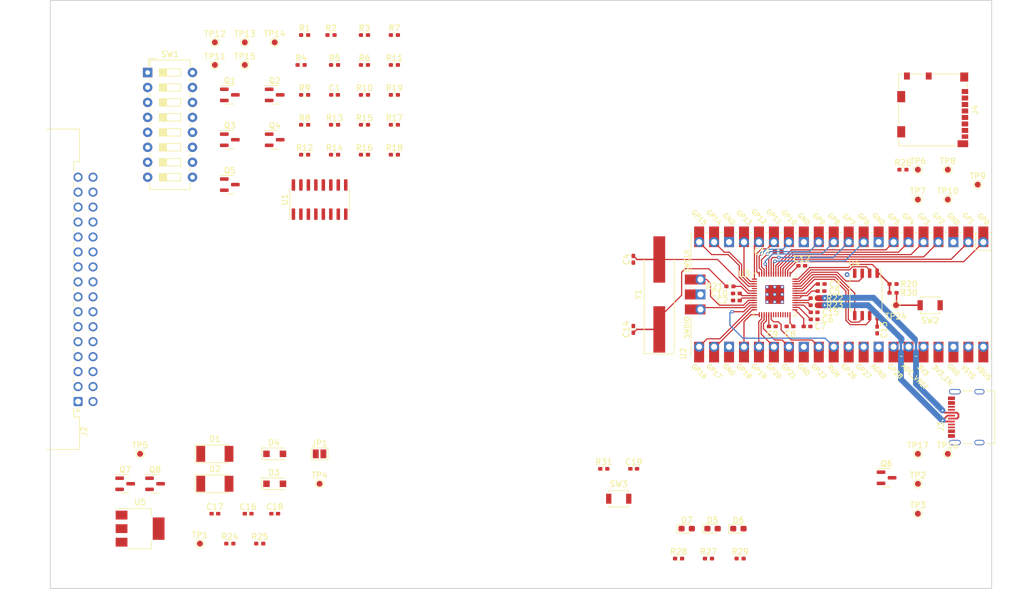
<source format=kicad_pcb>
(kicad_pcb (version 20211014) (generator pcbnew)
  (layers (0 "F.Cu" signal) (31 "B.Cu" signal) (34 "B.Paste" user) (35 "F.Paste" user) (36 "B.SilkS" user "B.Silkscreen") (37 "F.SilkS" user "F.Silkscreen") (38 "B.Mask" user) (39 "F.Mask" user) (44 "Edge.Cuts" user))
  (net 0 "")
  (net 1 "+5V")
  (net 2 "GND")
  (net 3 "+1V1")
  (net 4 "+3V3")
  (net 5 "Net-(C14-Pad2)")
  (net 6 "/VREG_OUT")
  (net 7 "/VBUS")
  (net 8 "Net-(C17-Pad1)")
  (net 9 "Net-(C18-Pad1)")
  (net 10 "/~{RESET}")
  (net 11 "Net-(D3-Pad2)")
  (net 12 "Net-(D4-Pad2)")
  (net 13 "Net-(D5-Pad2)")
  (net 14 "Net-(D6-Pad2)")
  (net 15 "Net-(D7-Pad2)")
  (net 16 "/MCU/SWCLK")
  (net 17 "/MCU/SWDIO")
  (net 22 "/SPI_SCLK")
  (net 23 "/SPI_MOSI")
  (net 24 "/SPI_MISO")
  (net 25 "/~{SPI_CS1}")
  (net 26 "/~{SPI_CS2}")
  (net 27 "/I2C_SCL")
  (net 28 "/I2C_SDA")
  (net 31 "/UART0_TX")
  (net 32 "/UART0_RX")
  (net 33 "/UART1_TX")
  (net 34 "/UART1_RX")
  (net 38 "/MCU/D+")
  (net 39 "/MCU/D-")
  (net 44 "/MCU/~{SD_CS}")
  (net 45 "/MCU/SD_MOSI")
  (net 46 "/MCU/SD_SCLK")
  (net 47 "/MCU/SD_MISO")
  (net 50 "/MCU/~{SD_DETECT}")
  (net 51 "Net-(JP1-Pad2)")
  (net 52 "/I2C Address Selection/S2")
  (net 53 "Net-(Q1-Pad3)")
  (net 54 "/I2C Address Selection/S1")
  (net 55 "Net-(Q2-Pad3)")
  (net 56 "/I2C Address Selection/S0")
  (net 57 "Net-(Q3-Pad3)")
  (net 58 "/I2C Address Selection/~{INPUT_EN}")
  (net 59 "Net-(Q4-Pad3)")
  (net 60 "/I2C Address Selection/OUT")
  (net 61 "Net-(Q5-Pad3)")
  (net 62 "Net-(Q6-Pad1)")
  (net 63 "Net-(Q6-Pad2)")
  (net 64 "Net-(R5-Pad1)")
  (net 65 "Net-(R6-Pad1)")
  (net 66 "Net-(R9-Pad1)")
  (net 67 "Net-(R10-Pad1)")
  (net 68 "Net-(R11-Pad1)")
  (net 69 "Net-(R14-Pad1)")
  (net 70 "Net-(R15-Pad1)")
  (net 71 "Net-(R16-Pad1)")
  (net 72 "Net-(R22-Pad1)")
  (net 73 "Net-(R23-Pad1)")
  (net 74 "Net-(R24-Pad1)")
  (net 75 "/ACT_LED2")
  (net 76 "/ACT_LED1")
  (net 77 "/MCU/BOOTSEL")
  (net 93 "/MCU/QSPI_SS")
  (net 94 "/MCU/QSPI_SD0")
  (net 95 "/MCU/QSPI_SD1")
  (net 96 "/MCU/QSPI_SD2")
  (net 97 "/MCU/QSPI_SD3")
  (net 98 "/MCU/QSPI_SCLK")
  (net 99 "/MCU/CRYSTAL_IN")
  (net 100 "/MCU/CRYSTAL_OUT")
  (footprint "Mounting_Holes:MountingHole_2.7mm" (layer "F.Cu") (at 58.6 139.45)
    (fp_text reference "MK3" hide)
    (fp_text value "Mounting_Hole_PAD" hide)
  )
  (footprint "Mounting_Holes:MountingHole_2.7mm" (layer "F.Cu") (at 58.6 50.55)
    (fp_text reference "MK1" hide)
    (fp_text value "Mounting_Hole_PAD" hide)
  )
  (footprint "Mounting_Holes:MountingHole_2.7mm" (layer "F.Cu") (at 212.24 50.55)
    (fp_text reference "MK2" hide)
    (fp_text value "Mounting_Hole_PAD" hide)
  )
  (footprint "Mounting_Holes:MountingHole_2.7mm" (layer "F.Cu") (at 212.24 139.45)
    (fp_text reference "MK4" hide)
    (fp_text value "Mounting_Hole_PAD" hide)
  )
  (footprint "Resistor_SMD:R_0402_1005Metric_Pad0.72x0.64mm_HandSolder" (layer "F.Cu") (at 98.26 71.27)
    (fp_text reference "R12")
    (fp_text value "10K")
  )
  (footprint "Capacitor_SMD:C_0402_1005Metric_Pad0.74x0.62mm_HandSolder" (layer "F.Cu") (at 83.02 132.23)
    (fp_text reference "C17")
    (fp_text value "10u")
  )
  (footprint "Crystal:Crystal_SMD_HC49-SD_HandSoldering" (layer "F.Cu") (at 158.48 95 90)
    (fp_text reference "Y1")
    (fp_text value "ABLS-12.000MHz-B4-T")
  )
  (footprint "Diode_SMD:D_MELF" (layer "F.Cu") (at 83.02 127.15)
    (fp_text reference "D2")
    (fp_text value "SM4002")
  )
  (footprint "Resistor_SMD:R_0402_1005Metric_Pad0.72x0.64mm_HandSolder" (layer "F.Cu") (at 98.26 66.19)
    (fp_text reference "R8")
    (fp_text value "10K")
  )
  (footprint "MCU_RaspberryPi_and_Boards:RP2040-QFN-56" (layer "F.Cu") (at 178.08 95 -90)
    (fp_text reference "U3")
    (fp_text value "RP2040")
  )
  (footprint "MCU_RaspberryPi_and_Boards:RPi_Pico_SMD_TH" (layer "F.Cu") (at 189.38 95 -90)
    (fp_text reference "U2")
    (fp_text value "Pico")
  )
  (footprint "TestPoint:TestPoint_Pad_D1.0mm" (layer "F.Cu") (at 198.68 96.83)
    (fp_text reference "TP24")
    (fp_text value "TestPoint")
  )
  (footprint "Resistor_SMD:R_0402_1005Metric_Pad0.72x0.64mm_HandSolder" (layer "F.Cu") (at 172.21 139.85)
    (fp_text reference "R29")
    (fp_text value "220R")
  )
  (footprint "Capacitor_SMD:C_0402_1005Metric_Pad0.74x0.62mm_HandSolder" (layer "F.Cu") (at 195.48 101.03 -90)
    (fp_text reference "C13")
    (fp_text value "100n")
  )
  (footprint "Package_TO_SOT_SMD:SOT-223-3_TabPin2" (layer "F.Cu") (at 70.32 134.77)
    (fp_text reference "U5")
    (fp_text value "LM317_SOT-223")
  )
  (footprint "TestPoint:TestPoint_Pad_D1.0mm" (layer "F.Cu") (at 202.4 73.81)
    (fp_text reference "TP6")
    (fp_text value "TestPoint")
  )
  (footprint "Package_TO_SOT_SMD:SOT-23" (layer "F.Cu") (at 85.56 68.73)
    (fp_text reference "Q3")
    (fp_text value "BSS138")
  )
  (footprint "Resistor_SMD:R_0402_1005Metric_Pad0.72x0.64mm_HandSolder" (layer "F.Cu") (at 113.5 66.19)
    (fp_text reference "R17")
    (fp_text value "1K")
  )
  (footprint "Button_Switch_SMD:SW_SPST_B3U-1000P" (layer "F.Cu") (at 151.6 129.69)
    (fp_text reference "SW3")
    (fp_text value "SW_Push")
  )
  (footprint "TestPoint:TestPoint_Pad_D1.0mm" (layer "F.Cu") (at 202.4 78.89)
    (fp_text reference "TP7")
    (fp_text value "TestPoint")
  )
  (footprint "Capacitor_SMD:C_0402_1005Metric_Pad0.74x0.62mm_HandSolder" (layer "F.Cu") (at 171.58 96.03 180)
    (fp_text reference "C2")
    (fp_text value "100n")
  )
  (footprint "LED_SMD:LED_0603_1608Metric_Pad1.05x0.95mm_HandSolder" (layer "F.Cu") (at 163.14 134.77)
    (fp_text reference "D7")
    (fp_text value "LED")
  )
  (footprint "Capacitor_SMD:C_0402_1005Metric_Pad0.74x0.62mm_HandSolder" (layer "F.Cu") (at 183.58 100.43)
    (fp_text reference "C7")
    (fp_text value "100n")
  )
  (footprint "Button_Switch_SMD:SW_SPST_B3U-1000P" (layer "F.Cu") (at 204.48 96.83 180)
    (fp_text reference "SW2")
    (fp_text value "SW_Push")
  )
  (footprint "Package_SO:SOIC-16_3.9x9.9mm_P1.27mm" (layer "F.Cu") (at 100.8 78.89 90)
    (fp_text reference "U1")
    (fp_text value "74151")
  )
  (footprint "Resistor_SMD:R_0402_1005Metric_Pad0.72x0.64mm_HandSolder" (layer "F.Cu") (at 149.06 124.61)
    (fp_text reference "R31")
    (fp_text value "1K")
  )
  (footprint "Capacitor_SMD:C_0402_1005Metric_Pad0.74x0.62mm_HandSolder" (layer "F.Cu") (at 185.98 93.23)
    (fp_text reference "C3")
    (fp_text value "100n")
  )
  (footprint "Capacitor_SMD:C_0402_1005Metric_Pad0.74x0.62mm_HandSolder" (layer "F.Cu") (at 171.58 94.83 180)
    (fp_text reference "C10")
    (fp_text value "100n")
  )
  (footprint "Diode_SMD:D_SOD-123F" (layer "F.Cu") (at 93.18 127.15)
    (fp_text reference "D3")
    (fp_text value "MBR1020VL")
  )
  (footprint "Package_SO:SOIC-8_5.23x5.23mm_P1.27mm" (layer "F.Cu") (at 193.58 95 -90)
    (fp_text reference "U4")
    (fp_text value "W25Q128JVS")
  )
  (footprint "Resistor_SMD:R_0402_1005Metric_Pad0.72x0.64mm_HandSolder" (layer "F.Cu") (at 85.56 137.31)
    (fp_text reference "R24")
    (fp_text value "400R")
  )
  (footprint "Package_TO_SOT_SMD:SOT-23" (layer "F.Cu") (at 67.78 127.15)
    (fp_text reference "Q7")
    (fp_text value "DMG2305UX")
  )
  (footprint "Diode_SMD:D_SOD-123F" (layer "F.Cu") (at 93.18 122.07)
    (fp_text reference "D4")
    (fp_text value "MBR1020VL")
  )
  (footprint "Resistor_SMD:R_0402_1005Metric_Pad0.72x0.64mm_HandSolder" (layer "F.Cu") (at 103.34 66.19)
    (fp_text reference "R13")
    (fp_text value "10K")
  )
  (footprint "Package_TO_SOT_SMD:SOT-23" (layer "F.Cu") (at 85.56 76.35)
    (fp_text reference "Q5")
    (fp_text value "BSS138")
  )
  (footprint "Capacitor_SMD:C_0402_1005Metric_Pad0.74x0.62mm_HandSolder" (layer "F.Cu") (at 177.68 100.43)
    (fp_text reference "C9")
    (fp_text value "100n")
  )
  (footprint "TestPoint:TestPoint_Pad_D1.0mm" (layer "F.Cu") (at 207.48 78.89)
    (fp_text reference "TP10")
    (fp_text value "TestPoint")
  )
  (footprint "Resistor_SMD:R_0402_1005Metric_Pad0.72x0.64mm_HandSolder" (layer "F.Cu") (at 113.5 71.27)
    (fp_text reference "R18")
    (fp_text value "10K")
  )
  (footprint "Capacitor_SMD:C_0402_1005Metric_Pad0.74x0.62mm_HandSolder" (layer "F.Cu") (at 180.68 100.43 180)
    (fp_text reference "C8")
    (fp_text value "100n")
  )
  (footprint "Resistor_SMD:R_0402_1005Metric_Pad0.72x0.64mm_HandSolder" (layer "F.Cu") (at 98.26 50.95)
    (fp_text reference "R1")
    (fp_text value "10K")
  )
  (footprint "Resistor_SMD:R_0402_1005Metric_Pad0.72x0.64mm_HandSolder" (layer "F.Cu") (at 184.7825 95.63)
    (fp_text reference "R22")
    (fp_text value "27R")
  )
  (footprint "Connector_Card:microSD_HC_Molex_104031-0811" (layer "F.Cu") (at 204.94 63.65 -90)
    (fp_text reference "J4")
    (fp_text value "Micro_SD_Card_Det")
  )
  (footprint "TestPoint:TestPoint_Pad_D1.0mm" (layer "F.Cu") (at 83.02 52.19)
    (fp_text reference "TP12")
    (fp_text value "TestPoint")
  )
  (footprint "Resistor_SMD:R_0402_1005Metric_Pad0.72x0.64mm_HandSolder" (layer "F.Cu") (at 90.64 137.31)
    (fp_text reference "R25")
    (fp_text value "240R")
  )
  (footprint "Package_TO_SOT_SMD:SOT-23" (layer "F.Cu") (at 72.86 127.15)
    (fp_text reference "Q8")
    (fp_text value "DMG2305UX")
  )
  (footprint "Resistor_SMD:R_0402_1005Metric_Pad0.72x0.64mm_HandSolder" (layer "F.Cu") (at 113.5 50.95)
    (fp_text reference "R7")
    (fp_text value "10K")
  )
  (footprint "LED_SMD:LED_0603_1608Metric_Pad1.05x0.95mm_HandSolder" (layer "F.Cu") (at 167.53 134.77)
    (fp_text reference "D5")
    (fp_text value "LED")
  )
  (footprint "Resistor_SMD:R_0402_1005Metric_Pad0.72x0.64mm_HandSolder" (layer "F.Cu") (at 170.48 93.63)
    (fp_text reference "R21")
    (fp_text value "1K")
  )
  (footprint "Resistor_SMD:R_0402_1005Metric_Pad0.72x0.64mm_HandSolder" (layer "F.Cu") (at 184.78 96.83)
    (fp_text reference "R23")
    (fp_text value "27R")
  )
  (footprint "Package_TO_SOT_SMD:SOT-23" (layer "F.Cu") (at 93.18 61.11)
    (fp_text reference "Q2")
    (fp_text value "BSS138")
  )
  (footprint "Resistor_SMD:R_0402_1005Metric_Pad0.72x0.64mm_HandSolder" (layer "F.Cu") (at 199.86 73.81)
    (fp_text reference "R26")
    (fp_text value "1K")
  )
  (footprint "Capacitor_SMD:C_0402_1005Metric_Pad0.74x0.62mm_HandSolder" (layer "F.Cu") (at 154.08 100.93 -90)
    (fp_text reference "C14")
    (fp_text value "27p")
  )
  (footprint "Capacitor_SMD:C_0402_1005Metric_Pad0.74x0.62mm_HandSolder" (layer "F.Cu") (at 93.18 132.23)
    (fp_text reference "C18")
    (fp_text value "1u")
  )
  (footprint "Capacitor_SMD:C_0402_1005Metric_Pad0.74x0.62mm_HandSolder" (layer "F.Cu") (at 154.08 89.03 90)
    (fp_text reference "C4")
    (fp_text value "27p")
  )
  (footprint "Resistor_SMD:R_0402_1005Metric_Pad0.72x0.64mm_HandSolder" (layer "F.Cu") (at 103.34 71.27)
    (fp_text reference "R14")
    (fp_text value "1K")
  )
  (footprint "TestPoint:TestPoint_Pad_D1.0mm" (layer "F.Cu") (at 212.56 76.35)
    (fp_text reference "TP9")
    (fp_text value "TestPoint")
  )
  (footprint "Resistor_SMD:R_0402_1005Metric_Pad0.72x0.64mm_HandSolder" (layer "F.Cu") (at 161.76 139.85)
    (fp_text reference "R28")
    (fp_text value "220R")
  )
  (footprint "Resistor_SMD:R_0402_1005Metric_Pad0.72x0.64mm_HandSolder" (layer "F.Cu") (at 102.7425 50.95)
    (fp_text reference "R2")
    (fp_text value "10K")
  )
  (footprint "Resistor_SMD:R_0402_1005Metric_Pad0.72x0.64mm_HandSolder" (layer "F.Cu") (at 113.5 61.11)
    (fp_text reference "R19")
    (fp_text value "10K")
  )
  (footprint "Resistor_SMD:R_0402_1005Metric_Pad0.72x0.64mm_HandSolder" (layer "F.Cu") (at 98.26 61.11)
    (fp_text reference "R9")
    (fp_text value "1K")
  )
  (footprint "TestPoint:TestPoint_Pad_D1.0mm" (layer "F.Cu") (at 88.1 56.03)
    (fp_text reference "TP15")
    (fp_text value "TestPoint")
  )
  (footprint "Resistor_SMD:R_0402_1005Metric_Pad0.72x0.64mm_HandSolder" (layer "F.Cu") (at 108.42 71.27)
    (fp_text reference "R16")
    (fp_text value "1K")
  )
  (footprint "Jumper:SolderJumper-2_P1.3mm_Open_Pad1.0x1.5mm" (layer "F.Cu") (at 100.8 122.07)
    (fp_text reference "JP1")
    (fp_text value "Jumper_2_Open")
  )
  (footprint "Package_TO_SOT_SMD:SOT-23" (layer "F.Cu") (at 85.56 61.11)
    (fp_text reference "Q1")
    (fp_text value "BSS138")
  )
  (footprint "TestPoint:TestPoint_Pad_D1.0mm" (layer "F.Cu") (at 207.48 73.81)
    (fp_text reference "TP8")
    (fp_text value "TestPoint")
  )
  (footprint "Resistor_SMD:R_0402_1005Metric_Pad0.72x0.64mm_HandSolder" (layer "F.Cu") (at 198.18 94.73 180)
    (fp_text reference "R30")
    (fp_text value "1K")
  )
  (footprint "TestPoint:TestPoint_Pad_D1.0mm" (layer "F.Cu") (at 202.4 122.07)
    (fp_text reference "TP17")
    (fp_text value "TestPoint")
  )
  (footprint "Package_TO_SOT_SMD:SOT-23" (layer "F.Cu") (at 197.08 126.13)
    (fp_text reference "Q6")
    (fp_text value "DMG2305UX")
  )
  (footprint "Capacitor_SMD:C_0402_1005Metric_Pad0.74x0.62mm_HandSolder" (layer "F.Cu") (at 184.78 98.03)
    (fp_text reference "C15")
    (fp_text value "1u")
  )
  (footprint "Resistor_SMD:R_0402_1005Metric_Pad0.72x0.64mm_HandSolder" (layer "F.Cu") (at 103.34 56.03)
    (fp_text reference "R5")
    (fp_text value "1K")
  )
  (footprint "Capacitor_SMD:C_0402_1005Metric_Pad0.74x0.62mm_HandSolder" (layer "F.Cu") (at 103.34 61.11)
    (fp_text reference "C1")
    (fp_text value "0.1uF")
  )
  (footprint "Resistor_SMD:R_0402_1005Metric_Pad0.72x0.64mm_HandSolder" (layer "F.Cu") (at 198.18 93.23 180)
    (fp_text reference "R20")
    (fp_text value "DNF")
  )
  (footprint "Capacitor_SMD:C_0402_1005Metric_Pad0.74x0.62mm_HandSolder" (layer "F.Cu") (at 185.9475 94.43)
    (fp_text reference "C5")
    (fp_text value "100n")
  )
  (footprint "Resistor_SMD:R_0402_1005Metric_Pad0.72x0.64mm_HandSolder" (layer "F.Cu") (at 108.42 61.11)
    (fp_text reference "R10")
    (fp_text value "1K")
  )
  (footprint "TestPoint:TestPoint_Pad_D1.0mm" (layer "F.Cu") (at 100.8 127.15)
    (fp_text reference "TP4")
    (fp_text value "TestPoint")
  )
  (footprint "TestPoint:TestPoint_Pad_D1.0mm" (layer "F.Cu") (at 83.02 56.03)
    (fp_text reference "TP11")
    (fp_text value "TestPoint")
  )
  (footprint "Resistor_SMD:R_0402_1005Metric_Pad0.72x0.64mm_HandSolder" (layer "F.Cu") (at 97.6625 56.03)
    (fp_text reference "R4")
    (fp_text value "10K")
  )
  (footprint "LED_SMD:LED_0603_1608Metric_Pad1.05x0.95mm_HandSolder" (layer "F.Cu") (at 171.92 134.77)
    (fp_text reference "D6")
    (fp_text value "LED")
  )
  (footprint "Capacitor_SMD:C_0402_1005Metric_Pad0.74x0.62mm_HandSolder" (layer "F.Cu") (at 182.68 90.13)
    (fp_text reference "C12")
    (fp_text value "100n")
  )
  (footprint "Resistor_SMD:R_0402_1005Metric_Pad0.72x0.64mm_HandSolder" (layer "F.Cu") (at 108.42 56.03)
    (fp_text reference "R6")
    (fp_text value "1K")
  )
  (footprint "TestPoint:TestPoint_Pad_D1.0mm" (layer "F.Cu") (at 70.32 122.07)
    (fp_text reference "TP5")
    (fp_text value "TestPoint")
  )
  (footprint "Resistor_SMD:R_0402_1005Metric_Pad0.72x0.64mm_HandSolder" (layer "F.Cu") (at 166.84 139.85)
    (fp_text reference "R27")
    (fp_text value "220R")
  )
  (footprint "Capacitor_SMD:C_0402_1005Metric_Pad0.74x0.62mm_HandSolder" (layer "F.Cu") (at 178.68 87.73)
    (fp_text reference "C11")
    (fp_text value "100n")
  )
  (footprint "Capacitor_SMD:C_0402_1005Metric_Pad0.74x0.62mm_HandSolder" (layer "F.Cu") (at 184.78 99.23)
    (fp_text reference "C6")
    (fp_text value "1u")
  )
  (footprint "TestPoint:TestPoint_Pad_D1.0mm" (layer "F.Cu") (at 202.4 132.23)
    (fp_text reference "TP3")
    (fp_text value "TestPoint")
  )
  (footprint "Resistor_SMD:R_0402_1005Metric_Pad0.72x0.64mm_HandSolder" (layer "F.Cu") (at 108.42 50.95)
    (fp_text reference "R3")
    (fp_text value "10K")
  )
  (footprint "Capacitor_SMD:C_0402_1005Metric_Pad0.74x0.62mm_HandSolder" (layer "F.Cu") (at 154.14 124.61)
    (fp_text reference "C19")
    (fp_text value "0.1u")
  )
  (footprint "TestPoint:TestPoint_Pad_D1.0mm" (layer "F.Cu") (at 202.4 127.15)
    (fp_text reference "TP2")
    (fp_text value "TestPoint")
  )
  (footprint "Capacitor_SMD:C_0402_1005Metric_Pad0.74x0.62mm_HandSolder" (layer "F.Cu") (at 88.6675 132.23)
    (fp_text reference "C16")
    (fp_text value "0.1u")
  )
  (footprint "Resistor_SMD:R_0402_1005Metric_Pad0.72x0.64mm_HandSolder" (layer "F.Cu") (at 113.5 56.03)
    (fp_text reference "R11")
    (fp_text value "1K")
  )
  (footprint "Connector_USB:USB_C_Receptacle_Palconn_UTC16-G" (layer "F.Cu") (at 210.605 115.83 90)
    (fp_text reference "J3")
    (fp_text value "USB_C_Receptacle_USB2.0")
  )
  (footprint "TestPoint:TestPoint_Pad_D1.0mm" (layer "F.Cu") (at 88.1 52.19)
    (fp_text reference "TP13")
    (fp_text value "TestPoint")
  )
  (footprint "Button_Switch_THT:SW_DIP_SPSTx08_Slide_6.7x21.88mm_W7.62mm_P2.54mm_LowProfile" (layer "F.Cu") (at 71.6 57.315)
    (fp_text reference "SW1")
    (fp_text value "SW_DIP_x08")
  )
  (footprint "Resistor_SMD:R_0402_1005Metric_Pad0.72x0.64mm_HandSolder" (layer "F.Cu") (at 108.42 66.19)
    (fp_text reference "R15")
    (fp_text value "1K")
  )
  (footprint "Diode_SMD:D_MELF" (layer "F.Cu") (at 83.02 122.07)
    (fp_text reference "D1")
    (fp_text value "SM4002")
  )
  (footprint "TestPoint:TestPoint_Pad_D1.0mm" (layer "F.Cu") (at 207.48 122.07)
    (fp_text reference "TP16")
    (fp_text value "TestPoint")
  )
  (footprint "Connector_DIN:DIN41612_B2_2x16_Male_Horizontal_THT" (layer "F.Cu") (at 59.785 113.185 90)
    (fp_text reference "J2")
    (fp_text value "DIN41612_02x16_AB")
  )
  (footprint "TestPoint:TestPoint_Pad_D1.0mm" (layer "F.Cu") (at 93.18 52.19)
    (fp_text reference "TP14")
    (fp_text value "TestPoint")
  )
  (footprint "TestPoint:TestPoint_Pad_D1.0mm" (layer "F.Cu") (at 80.48 137.31)
    (fp_text reference "TP1")
    (fp_text value "TestPoint")
  )
  (footprint "Package_TO_SOT_SMD:SOT-23" (layer "F.Cu") (at 93.18 68.73)
    (fp_text reference "Q4")
    (fp_text value "BSS138")
  )
  (gr_line (start 214.925 45.075) (end 55.075 45.075) (layer "Edge.Cuts") (width 0.15))
  (gr_line (start 214.925 144.925) (end 214.925 45.075) (layer "Edge.Cuts") (width 0.15))
  (gr_line (start 55.075 144.925) (end 214.925 144.925) (layer "Edge.Cuts") (width 0.15))
  (gr_line (start 55.075 45.075) (end 55.075 144.925) (layer "Edge.Cuts") (width 0.15))
  (via (at 190.38 91.63) (size 0.8) (drill 0.4) (layers "F.Cu" "B.Cu") (net 2))
  (segment (start 181.5175 94.8) (end 183.441276 94.8) (width 0.2) (layer "F.Cu") (net 3))
  (segment (start 183.441276 94.8) (end 185.011276 93.23) (width 0.2) (layer "F.Cu") (net 3))
  (segment (start 174.6425 95.6) (end 172.5775 95.6) (width 0.2) (layer "F.Cu") (net 3))
  (segment (start 185.011276 93.23) (end 185.4125 93.23) (width 0.2) (layer "F.Cu") (net 3))
  (segment (start 172.5775 95.6) (end 172.1475 96.03) (width 0.2) (layer "F.Cu") (net 3))
  (segment (start 181.5175 97.6) (end 183.0125 99.095) (width 0.2) (layer "F.Cu") (net 4))
  (segment (start 181.5175 95.2) (end 182.75 95.2) (width 0.2) (layer "F.Cu") (net 4))
  (segment (start 184.376962 94.43) (end 185.38 94.43) (width 0.2) (layer "F.Cu") (net 4))
  (segment (start 182.35 95.6) (end 182.75 95.2) (width 0.2) (layer "F.Cu") (net 4))
  (segment (start 177.08 91.5625) (end 177.08 88.83) (width 0.2) (layer "F.Cu") (net 4))
  (segment (start 182.1825 97.2) (end 184.2125 99.23) (width 0.2) (layer "F.Cu") (net 4))
  (segment (start 177.08 100.2975) (end 177.1125 100.33) (width 0.2) (layer "F.Cu") (net 4))
  (segment (start 195.48 100.4625) (end 195.48 98.605) (width 0.3) (layer "F.Cu") (net 4))
  (segment (start 180.68 98.4375) (end 180.68 99.8625) (width 0.2) (layer "F.Cu") (net 4))
  (segment (start 180.68 99.8625) (end 181.2475 100.43) (width 0.2) (layer "F.Cu") (net 4))
  (segment (start 182.75 95.2) (end 183.606962 95.2) (width 0.2) (layer "F.Cu") (net 4))
  (segment (start 172.5175 95.2) (end 172.1475 94.83) (width 0.2) (layer "F.Cu") (net 4))
  (segment (start 178.1125 87.7975) (end 178.1125 87.73) (width 0.2) (layer "F.Cu") (net 4))
  (segment (start 177.08 88.83) (end 178.1125 87.7975) (width 0.2) (layer "F.Cu") (net 4))
  (segment (start 174.6425 95.2) (end 172.5175 95.2) (width 0.2) (layer "F.Cu") (net 4))
  (segment (start 183.0125 99.095) (end 183.0125 100.43) (width 0.2) (layer "F.Cu") (net 4))
  (segment (start 181.5175 97.2) (end 182.1825 97.2) (width 0.2) (layer "F.Cu") (net 4))
  (segment (start 177.08 98.4375) (end 177.08 100.2975) (width 0.2) (layer "F.Cu") (net 4))
  (segment (start 183.606962 95.2) (end 184.376962 94.43) (width 0.2) (layer "F.Cu") (net 4))
  (segment (start 180.68 91.5625) (end 182.1125 90.13) (width 0.2) (layer "F.Cu") (net 4))
  (segment (start 195.48 98.605) (end 195.485 98.6) (width 0.3) (layer "F.Cu") (net 4))
  (segment (start 181.5175 95.6) (end 182.35 95.6) (width 0.2) (layer "F.Cu") (net 4))
  (segment (start 154.64 100.9375) (end 158.48 100.9375) (width 0.25) (layer "F.Cu") (net 5))
  (segment (start 162.28 95.13) (end 162.28 91.23) (width 0.2) (layer "F.Cu") (net 5))
  (segment (start 154.08 101.4975) (end 154.64 100.9375) (width 0.25) (layer "F.Cu") (net 5))
  (segment (start 166.8825 90.63) (end 169.8825 93.63) (width 0.2) (layer "F.Cu") (net 5))
  (segment (start 158.48 100.9375) (end 158.48 98.93) (width 0.2) (layer "F.Cu") (net 5))
  (segment (start 158.48 98.93) (end 162.28 95.13) (width 0.2) (layer "F.Cu") (net 5))
  (segment (start 162.28 91.23) (end 162.88 90.63) (width 0.2) (layer "F.Cu") (net 5))
  (segment (start 162.88 90.63) (end 166.8825 90.63) (width 0.2) (layer "F.Cu") (net 5))
  (segment (start 182.9825 96.8) (end 184.2125 98.03) (width 0.2) (layer "F.Cu") (net 6))
  (segment (start 181.5175 96.8) (end 182.9825 96.8) (width 0.2) (layer "F.Cu") (net 6))
  (segment (start 173.941372 96.8) (end 172.811372 97.93) (width 0.2) (layer "F.Cu") (net 10))
  (segment (start 172.811372 97.93) (end 170.88 97.93) (width 0.2) (layer "F.Cu") (net 10))
  (segment (start 174.6425 96.8) (end 173.941372 96.8) (width 0.2) (layer "F.Cu") (net 10))
  (via (at 170.88 97.93) (size 0.6) (drill 0.3) (layers "F.Cu" "B.Cu") (net 10))
  (segment (start 186.65 102.43) (end 188.11 103.89) (width 0.2) (layer "B.Cu") (net 10))
  (segment (start 170.48 98.13) (end 170.48 100.23) (width 0.2) (layer "B.Cu") (net 10))
  (segment (start 170.48 100.23) (end 172.68 102.43) (width 0.2) (layer "B.Cu") (net 10))
  (segment (start 170.88 97.93) (end 170.68 97.93) (width 0.2) (layer "B.Cu") (net 10))
  (segment (start 170.68 97.93) (end 170.48 98.13) (width 0.2) (layer "B.Cu") (net 10))
  (segment (start 172.68 102.43) (end 186.65 102.43) (width 0.2) (layer "B.Cu") (net 10))
  (segment (start 167.18 95.33) (end 168.68 96.83) (width 0.2) (layer "F.Cu") (net 16))
  (segment (start 168.68 96.83) (end 172.78 96.83) (width 0.2) (layer "F.Cu") (net 16))
  (segment (start 166.51 92.46) (end 167.18 93.13) (width 0.2) (layer "F.Cu") (net 16))
  (segment (start 167.18 93.13) (end 167.18 95.33) (width 0.2) (layer "F.Cu") (net 16))
  (segment (start 165.48 92.46) (end 166.51 92.46) (width 0.2) (layer "F.Cu") (net 16))
  (segment (start 172.78 96.83) (end 173.61 96) (width 0.2) (layer "F.Cu") (net 16))
  (segment (start 173.61 96) (end 174.6425 96) (width 0.2) (layer "F.Cu") (net 16))
  (segment (start 173.775686 96.4) (end 172.945686 97.23) (width 0.2) (layer "F.Cu") (net 17))
  (segment (start 174.6425 96.4) (end 173.775686 96.4) (width 0.2) (layer "F.Cu") (net 17))
  (segment (start 165.79 97.23) (end 165.48 97.54) (width 0.2) (layer "F.Cu") (net 17))
  (segment (start 172.945686 97.23) (end 165.79 97.23) (width 0.2) (layer "F.Cu") (net 17))
  (segment (start 172.87 99.615686) (end 172.87 103.89) (width 0.2) (layer "F.Cu") (net 22))
  (segment (start 175.48 98.4375) (end 174.048186 98.4375) (width 0.2) (layer "F.Cu") (net 22))
  (segment (start 174.048186 98.4375) (end 172.87 99.615686) (width 0.2) (layer "F.Cu") (net 22))
  (segment (start 175.38 99.63) (end 175.38 103.86) (width 0.2) (layer "F.Cu") (net 23))
  (segment (start 175.38 103.86) (end 175.41 103.89) (width 0.2) (layer "F.Cu") (net 23))
  (segment (start 175.88 98.4375) (end 175.88 99.13) (width 0.2) (layer "F.Cu") (net 23))
  (segment (start 175.88 99.13) (end 175.38 99.63) (width 0.2) (layer "F.Cu") (net 23))
  (segment (start 174.6425 97.2) (end 174.11 97.2) (width 0.2) (layer "F.Cu") (net 24))
  (segment (start 174.11 97.2) (end 168.78 102.53) (width 0.2) (layer "F.Cu") (net 24))
  (segment (start 168.78 102.53) (end 166.61 102.53) (width 0.2) (layer "F.Cu") (net 24))
  (segment (start 166.61 102.53) (end 165.25 103.89) (width 0.2) (layer "F.Cu") (net 24))
  (segment (start 168.03 103.89) (end 167.79 103.89) (width 0.2) (layer "F.Cu") (net 25))
  (segment (start 174.32 97.6) (end 168.03 103.89) (width 0.2) (layer "F.Cu") (net 25))
  (segment (start 174.6425 97.6) (end 174.32 97.6) (width 0.2) (layer "F.Cu") (net 25))
  (segment (start 176.28 98.4375) (end 176.28 99.295686) (width 0.2) (layer "F.Cu") (net 26))
  (segment (start 175.78 99.795686) (end 175.78 101.72) (width 0.2) (layer "F.Cu") (net 26))
  (segment (start 176.28 99.295686) (end 175.78 99.795686) (width 0.2) (layer "F.Cu") (net 26))
  (segment (start 175.78 101.72) (end 177.95 103.89) (width 0.2) (layer "F.Cu") (net 26))
  (segment (start 179.48 90.598628) (end 181.44863 88.63) (width 0.2) (layer "F.Cu") (net 27))
  (segment (start 179.48 91.5625) (end 179.48 90.598628) (width 0.2) (layer "F.Cu") (net 27))
  (segment (start 181.44863 88.63) (end 203.37 88.63) (width 0.2) (layer "F.Cu") (net 27))
  (segment (start 203.37 88.63) (end 205.89 86.11) (width 0.2) (layer "F.Cu") (net 27))
  (segment (start 181.282945 88.23) (end 201.23 88.23) (width 0.2) (layer "F.Cu") (net 28))
  (segment (start 201.23 88.23) (end 203.35 86.11) (width 0.2) (layer "F.Cu") (net 28))
  (segment (start 179.08 91.5625) (end 179.08 90.432942) (width 0.2) (layer "F.Cu") (net 28))
  (segment (start 179.08 90.432942) (end 181.282945 88.23) (width 0.2) (layer "F.Cu") (net 28))
  (segment (start 210.19 89.43) (end 213.51 86.11) (width 0.2) (layer "F.Cu") (net 31))
  (segment (start 181.78 89.43) (end 210.19 89.43) (width 0.2) (layer "F.Cu") (net 31))
  (segment (start 180.28 90.93) (end 181.78 89.43) (width 0.2) (layer "F.Cu") (net 31))
  (segment (start 180.28 91.5625) (end 180.28 90.93) (width 0.2) (layer "F.Cu") (net 31))
  (segment (start 208.05 89.03) (end 210.97 86.11) (width 0.2) (layer "F.Cu") (net 32))
  (segment (start 179.88 90.764314) (end 181.614315 89.03) (width 0.2) (layer "F.Cu") (net 32))
  (segment (start 181.614315 89.03) (end 208.05 89.03) (width 0.2) (layer "F.Cu") (net 32))
  (segment (start 179.88 91.5625) (end 179.88 90.764314) (width 0.2) (layer "F.Cu") (net 32))
  (segment (start 181.11726 87.83) (end 199.09 87.83) (width 0.2) (layer "F.Cu") (net 33))
  (segment (start 178.68 90.267256) (end 181.11726 87.83) (width 0.2) (layer "F.Cu") (net 33))
  (segment (start 178.68 91.5625) (end 178.68 90.267256) (width 0.2) (layer "F.Cu") (net 33))
  (segment (start 199.09 87.83) (end 200.81 86.11) (width 0.2) (layer "F.Cu") (net 33))
  (segment (start 196.95 87.43) (end 198.27 86.11) (width 0.2) (layer "F.Cu") (net 34))
  (segment (start 178.280001 90.10157) (end 180.951575 87.43) (width 0.2) (layer "F.Cu") (net 34))
  (segment (start 178.28 91.5625) (end 178.280001 90.10157) (width 0.2) (layer "F.Cu") (net 34))
  (segment (start 180.951575 87.43) (end 196.95 87.43) (width 0.2) (layer "F.Cu") (net 34))
  (segment (start 185.38 95.63) (end 186.58 95.63) (width 1) (layer "F.Cu") (net 38))
  (segment (start 209.03 116.08) (end 208.095 116.08) (width 0.3) (layer "F.Cu") (net 38))
  (segment (start 209.03 115.08) (end 209.28 115.33) (width 0.3) (layer "F.Cu") (net 38))
  (segment (start 209.28 115.83) (end 209.03 116.08) (width 0.3) (layer "F.Cu") (net 38))
  (segment (start 208.095 115.08) (end 209.03 115.08) (width 0.3) (layer "F.Cu") (net 38))
  (segment (start 206.58 114.7) (end 206.96 115.08) (width 0.3) (layer "F.Cu") (net 38))
  (segment (start 209.28 115.33) (end 209.28 115.83) (width 0.3) (layer "F.Cu") (net 38))
  (segment (start 206.96 115.08) (end 208.095 115.08) (width 0.3) (layer "F.Cu") (net 38))
  (via (at 206.58 114.7) (size 0.6) (drill 0.3) (layers "F.Cu" "B.Cu") (net 38))
  (via (at 186.58 95.63) (size 0.6) (drill 0.3) (layers "F.Cu" "B.Cu") (net 38))
  (segment (start 202.08 110.196323) (end 202.08 104.809058) (width 1) (layer "B.Cu") (net 38))
  (segment (start 205.74163 113.86163) (end 205.74163 113.857953) (width 1) (layer "B.Cu") (net 38))
  (segment (start 202.08 103.23) (end 202.08 102.78) (width 0.6) (layer "B.Cu") (net 38))
  (segment (start 201.9 102.6) (end 194.875 95.575) (width 1) (layer "B.Cu") (net 38))
  (segment (start 202.08 104.43) (end 202.08 104.809058) (width 0.6) (layer "B.Cu") (net 38))
  (segment (start 206.58 114.728958) (end 206.58 114.7) (width 0.6) (layer "B.Cu") (net 38))
  (segment (start 194.875 95.575) (end 186.569454 95.575) (width 1) (layer "B.Cu") (net 38))
  (segment (start 206.58 114.7) (end 205.74163 113.86163) (width 1) (layer "B.Cu") (net 38))
  (segment (start 205.74163 113.857953) (end 202.08 110.196323) (width 1) (layer "B.Cu") (net 38))
  (segment (start 202.08 103.23) (end 202.08 104.43) (width 0.4) (layer "B.Cu") (net 38))
  (segment (start 206.6 116.4) (end 206.78 116.58) (width 0.2) (layer "F.Cu") (net 39))
  (segment (start 207.42 115.58) (end 208.095 115.58) (width 0.3) (layer "F.Cu") (net 39))
  (segment (start 206.6 116.4) (end 207.42 115.58) (width 0.3) (layer "F.Cu") (net 39))
  (segment (start 206.78 116.58) (end 208.095 116.58) (width 0.3) (layer "F.Cu") (net 39))
  (segment (start 185.3775 96.83) (end 186.58 96.83) (width 1) (layer "F.Cu") (net 39))
  (via (at 186.58 96.83) (size 0.6) (drill 0.3) (layers "F.Cu" "B.Cu") (net 39))
  (via (at 206.6 116.4) (size 0.6) (drill 0.3) (layers "F.Cu" "B.Cu") (net 39))
  (segment (start 206.6 116.4) (end 206.515909 116.4) (width 1) (layer "B.Cu") (net 39))
  (segment (start 206.6 116.4) (end 206.6 116.577916) (width 0.6) (layer "B.Cu") (net 39))
  (segment (start 199.52 104.809058) (end 199.52 104.47) (width 0.6) (layer "B.Cu") (net 39))
  (segment (start 199.6 102.9) (end 199.6 102.5) (width 1) (layer "B.Cu") (net 39))
  (segment (start 199.6 102.5) (end 193.925 96.825) (width 1) (layer "B.Cu") (net 39))
  (segment (start 206.515909 116.4) (end 199.52 109.404091) (width 1) (layer "B.Cu") (net 39))
  (segment (start 199.52 103.27) (end 199.52 102.98) (width 0.6) (layer "B.Cu") (net 39))
  (segment (start 193.925 96.825) (end 186.569454 96.825) (width 1) (layer "B.Cu") (net 39))
  (segment (start 206.6 116.577916) (end 206.578958 116.598958) (width 0.6) (layer "B.Cu") (net 39))
  (segment (start 199.52 109.404091) (end 199.52 104.809058) (width 1) (layer "B.Cu") (net 39))
  (segment (start 199.52 103.27) (end 199.52 104.47) (width 0.4) (layer "B.Cu") (net 39))
  (segment (start 174.6425 92.8) (end 173.95 92.8) (width 0.2) (layer "F.Cu") (net 44))
  (segment (start 172.87 91.72) (end 172.87 86.11) (width 0.2) (layer "F.Cu") (net 44))
  (segment (start 173.95 92.8) (end 172.87 91.72) (width 0.2) (layer "F.Cu") (net 44))
  (segment (start 167.37 88.23) (end 165.25 86.11) (width 0.2) (layer "F.Cu") (net 45))
  (segment (start 173.618628 93.6) (end 172.07 92.051371) (width 0.2) (layer "F.Cu") (net 45))
  (segment (start 170.18 88.23) (end 167.37 88.23) (width 0.2) (layer "F.Cu") (net 45))
  (segment (start 174.6425 93.6) (end 173.618628 93.6) (width 0.2) (layer "F.Cu") (net 45))
  (segment (start 172.07 92.051371) (end 172.07 90.12) (width 0.2) (layer "F.Cu") (net 45))
  (segment (start 172.07 90.12) (end 170.18 88.23) (width 0.2) (layer "F.Cu") (net 45))
  (segment (start 173.784314 93.2) (end 172.47 91.885686) (width 0.2) (layer "F.Cu") (net 46))
  (segment (start 169.51 87.83) (end 167.79 86.11) (width 0.2) (layer "F.Cu") (net 46))
  (segment (start 172.47 89.93) (end 170.37 87.83) (width 0.2) (layer "F.Cu") (net 46))
  (segment (start 170.37 87.83) (end 169.51 87.83) (width 0.2) (layer "F.Cu") (net 46))
  (segment (start 174.6425 93.2) (end 173.784314 93.2) (width 0.2) (layer "F.Cu") (net 46))
  (segment (start 172.47 91.885686) (end 172.47 89.93) (width 0.2) (layer "F.Cu") (net 46))
  (segment (start 174.6425 92.4) (end 174.6425 86.8775) (width 0.2) (layer "F.Cu") (net 47))
  (segment (start 174.6425 86.8775) (end 175.41 86.11) (width 0.2) (layer "F.Cu") (net 47))
  (segment (start 175.0425 91.125) (end 175.0425 88.0675) (width 0.2) (layer "F.Cu") (net 50))
  (segment (start 175.48 91.5625) (end 175.0425 91.125) (width 0.2) (layer "F.Cu") (net 50))
  (segment (start 175.85 87.26) (end 176.8 87.26) (width 0.2) (layer "F.Cu") (net 50))
  (segment (start 176.8 87.26) (end 177.95 86.11) (width 0.2) (layer "F.Cu") (net 50))
  (segment (start 175.0425 88.0675) (end 175.85 87.26) (width 0.2) (layer "F.Cu") (net 50))
  (segment (start 176.68 91.5625) (end 176.68 90.03) (width 0.2) (layer "F.Cu") (net 52))
  (segment (start 176.68 90.03) (end 176.48 89.83) (width 0.2) (layer "F.Cu") (net 52))
  (via (at 176.48 89.83) (size 0.6) (drill 0.3) (layers "F.Cu" "B.Cu") (net 52))
  (segment (start 186.0895 88.1305) (end 188.11 86.11) (width 0.2) (layer "B.Cu") (net 52))
  (segment (start 176.48 89.378529) (end 177.728029 88.1305) (width 0.2) (layer "B.Cu") (net 52))
  (segment (start 176.48 89.83) (end 176.48 89.378529) (width 0.2) (layer "B.Cu") (net 52))
  (segment (start 177.728029 88.1305) (end 186.0895 88.1305) (width 0.2) (layer "B.Cu") (net 52))
  (segment (start 177.48 88.995686) (end 177.48 91.5625) (width 0.2) (layer "F.Cu") (net 54))
  (segment (start 177.745686 88.73) (end 177.48 88.995686) (width 0.2) (layer "F.Cu") (net 54))
  (segment (start 178.78 88.73) (end 177.745686 88.73) (width 0.2) (layer "F.Cu") (net 54))
  (via (at 178.78 88.73) (size 0.6) (drill 0.3) (layers "F.Cu" "B.Cu") (net 54))
  (segment (start 178.82723 88.73) (end 188.03 88.73) (width 0.2) (layer "B.Cu") (net 54))
  (segment (start 188.03 88.73) (end 190.65 86.11) (width 0.2) (layer "B.Cu") (net 54))
  (segment (start 177.88 89.62446) (end 177.88 91.5625) (width 0.2) (layer "F.Cu") (net 56))
  (segment (start 178.07723 89.42723) (end 177.88 89.62446) (width 0.2) (layer "F.Cu") (net 56))
  (via (at 178.12723 89.37723) (size 0.6) (drill 0.3) (layers "F.Cu" "B.Cu") (net 56))
  (segment (start 189.97 89.33) (end 193.19 86.11) (width 0.2) (layer "B.Cu") (net 56))
  (segment (start 178.17446 89.33) (end 189.97 89.33) (width 0.2) (layer "B.Cu") (net 56))
  (segment (start 175.8425 90.319818) (end 175.8425 89.13) (width 0.2) (layer "F.Cu") (net 58))
  (segment (start 176.8425 88.13) (end 176.88 88.13) (width 0.2) (layer "F.Cu") (net 58))
  (segment (start 175.8425 89.13) (end 176.8425 88.13) (width 0.2) (layer "F.Cu") (net 58))
  (segment (start 176.28 91.5625) (end 176.28 90.757318) (width 0.2) (layer "F.Cu") (net 58))
  (segment (start 176.28 90.757318) (end 175.8425 90.319818) (width 0.2) (layer "F.Cu") (net 58))
  (via (at 176.88 88.13) (size 0.6) (drill 0.3) (layers "F.Cu" "B.Cu") (net 58))
  (segment (start 176.88 88.13) (end 177.2795 87.7305) (width 0.2) (layer "B.Cu") (net 58))
  (segment (start 183.9495 87.7305) (end 185.57 86.11) (width 0.2) (layer "B.Cu") (net 58))
  (segment (start 177.2795 87.7305) (end 183.9495 87.7305) (width 0.2) (layer "B.Cu") (net 58))
  (segment (start 175.903911 88.053911) (end 175.4425 88.515322) (width 0.2) (layer "F.Cu") (net 60))
  (segment (start 175.4425 88.515322) (end 175.4425 90.485504) (width 0.2) (layer "F.Cu") (net 60))
  (segment (start 175.88 90.923004) (end 175.88 91.5625) (width 0.2) (layer "F.Cu") (net 60))
  (segment (start 175.4425 90.485504) (end 175.88 90.923004) (width 0.2) (layer "F.Cu") (net 60))
  (via (at 175.903911 88.053911) (size 0.6) (drill 0.3) (layers "F.Cu" "B.Cu") (net 60))
  (segment (start 176.627822 87.33) (end 179.48 87.33) (width 0.2) (layer "B.Cu") (net 60))
  (segment (start 180.49 86.32) (end 180.49 86.11) (width 0.2) (layer "B.Cu") (net 60))
  (segment (start 175.903911 88.053911) (end 176.627822 87.33) (width 0.2) (layer "B.Cu") (net 60))
  (segment (start 179.48 87.33) (end 180.49 86.32) (width 0.2) (layer "B.Cu") (net 60))
  (segment (start 181.5175 96) (end 183.815 96) (width 0.2) (layer "F.Cu") (net 72))
  (segment (start 183.815 96) (end 184.185 95.63) (width 0.2) (layer "F.Cu") (net 72))
  (segment (start 181.5175 96.4) (end 183.7525 96.4) (width 0.2) (layer "F.Cu") (net 73))
  (segment (start 183.7525 96.4) (end 184.1825 96.83) (width 0.2) (layer "F.Cu") (net 73))
  (segment (start 179.18 100.13) (end 179.18 101.03) (width 0.2) (layer "F.Cu") (net 75))
  (segment (start 177.48 98.4375) (end 177.48 99.23) (width 0.2) (layer "F.Cu") (net 75))
  (segment (start 184.42 102.74) (end 185.57 103.89) (width 0.2) (layer "F.Cu") (net 75))
  (segment (start 178.68 99.63) (end 179.18 100.13) (width 0.2) (layer "F.Cu") (net 75))
  (segment (start 177.88 99.63) (end 178.68 99.63) (width 0.2) (layer "F.Cu") (net 75))
  (segment (start 177.48 99.23) (end 177.88 99.63) (width 0.2) (layer "F.Cu") (net 75))
  (segment (start 180.89 102.74) (end 184.42 102.74) (width 0.2) (layer "F.Cu") (net 75))
  (segment (start 179.18 101.03) (end 180.89 102.74) (width 0.2) (layer "F.Cu") (net 75))
  (segment (start 176.68 98.4375) (end 176.68 99.461372) (width 0.2) (layer "F.Cu") (net 76))
  (segment (start 176.18 100.83) (end 178.09 102.74) (width 0.2) (layer "F.Cu") (net 76))
  (segment (start 176.68 99.461372) (end 176.18 99.961372) (width 0.2) (layer "F.Cu") (net 76))
  (segment (start 176.18 99.961372) (end 176.18 100.83) (width 0.2) (layer "F.Cu") (net 76))
  (segment (start 178.09 102.74) (end 179.34 102.74) (width 0.2) (layer "F.Cu") (net 76))
  (segment (start 179.34 102.74) (end 180.49 103.89) (width 0.2) (layer "F.Cu") (net 76))
  (segment (start 198.68 96.83) (end 202.78 96.83) (width 0.25) (layer "F.Cu") (net 77))
  (segment (start 198.7775 96.7325) (end 198.68 96.83) (width 0.25) (layer "F.Cu") (net 77))
  (segment (start 198.7775 94.73) (end 198.7775 96.7325) (width 0.25) (layer "F.Cu") (net 77))
  (segment (start 182.044314 92.4) (end 184.014315 90.43) (width 0.2) (layer "F.Cu") (net 93))
  (segment (start 195.7525 91.4) (end 197.5825 93.23) (width 0.25) (layer "F.Cu") (net 93))
  (segment (start 195.485 90.735) (end 195.485 91.4) (width 0.2) (layer "F.Cu") (net 93))
  (segment (start 191.172919 89.9) (end 194.65 89.9) (width 0.2) (layer "F.Cu") (net 93))
  (segment (start 190.642918 90.43) (end 191.172919 89.9) (width 0.2) (layer "F.Cu") (net 93))
  (segment (start 181.5175 92.4) (end 182.044314 92.4) (width 0.2) (layer "F.Cu") (net 93))
  (segment (start 195.485 91.4) (end 195.7525 91.4) (width 0.25) (layer "F.Cu") (net 93))
  (segment (start 195.485 91.4) (end 195.485 90.8275) (width 0.2) (layer "F.Cu") (net 93))
  (segment (start 194.65 89.9) (end 195.485 90.735) (width 0.2) (layer "F.Cu") (net 93))
  (segment (start 184.014315 90.43) (end 190.642918 90.43) (width 0.2) (layer "F.Cu") (net 93))
  (segment (start 197.5825 93.23) (end 197.5825 94.73) (width 0.25) (layer "F.Cu") (net 93))
  (segment (start 188.511372 91.63) (end 191.675 94.793629) (width 0.2) (layer "F.Cu") (net 94))
  (segment (start 184.511374 91.63) (end 188.511372 91.63) (width 0.2) (layer "F.Cu") (net 94))
  (segment (start 182.541372 93.6) (end 184.511374 91.63) (width 0.2) (layer "F.Cu") (net 94))
  (segment (start 181.5175 93.6) (end 182.541372 93.6) (width 0.2) (layer "F.Cu") (net 94))
  (segment (start 191.675 94.793629) (end 191.675 98.6) (width 0.2) (layer "F.Cu") (net 94))
  (segment (start 190.808604 90.83) (end 191.338604 90.3) (width 0.2) (layer "F.Cu") (net 95))
  (segment (start 181.5175 92.8) (end 182.21 92.8) (width 0.2) (layer "F.Cu") (net 95))
  (segment (start 191.338604 90.3) (end 193.65 90.3) (width 0.2) (layer "F.Cu") (net 95))
  (segment (start 193.65 90.3) (end 194.215 90.865) (width 0.2) (layer "F.Cu") (net 95))
  (segment (start 194.215 90.865) (end 194.215 91.4) (width 0.2) (layer "F.Cu") (net 95))
  (segment (start 184.18 90.83) (end 190.808604 90.83) (width 0.2) (layer "F.Cu") (net 95))
  (segment (start 182.21 92.8) (end 184.18 90.83) (width 0.2) (layer "F.Cu") (net 95))
  (segment (start 190.177058 92.73) (end 192.38 92.73) (width 0.2) (layer "F.Cu") (net 96))
  (segment (start 192.945 92.165) (end 192.945 91.4) (width 0.2) (layer "F.Cu") (net 96))
  (segment (start 188.677058 91.23) (end 190.177058 92.73) (width 0.2) (layer "F.Cu") (net 96))
  (segment (start 184.345689 91.23) (end 188.677058 91.23) (width 0.2) (layer "F.Cu") (net 96))
  (segment (start 192.38 92.73) (end 192.945 92.165) (width 0.2) (layer "F.Cu") (net 96))
  (segment (start 182.375686 93.2) (end 184.345689 91.23) (width 0.2) (layer "F.Cu") (net 96))
  (segment (start 181.5175 93.2) (end 182.375686 93.2) (width 0.2) (layer "F.Cu") (net 96))
  (segment (start 193.58 100.13) (end 194.215 99.495) (width 0.2) (layer "F.Cu") (net 97))
  (segment (start 194.215 99.495) (end 194.215 98.6) (width 0.2) (layer "F.Cu") (net 97))
  (segment (start 190.18 99.395686) (end 190.914314 100.13) (width 0.2) (layer "F.Cu") (net 97))
  (segment (start 181.5175 94.4) (end 182.872744 94.4) (width 0.2) (layer "F.Cu") (net 97))
  (segment (start 184.842744 92.43) (end 188.18 92.43) (width 0.2) (layer "F.Cu") (net 97))
  (segment (start 182.872744 94.4) (end 184.842744 92.43) (width 0.2) (layer "F.Cu") (net 97))
  (segment (start 190.914314 100.13) (end 193.58 100.13) (width 0.2) (layer "F.Cu") (net 97))
  (segment (start 188.18 92.43) (end 190.18 94.43) (width 0.2) (layer "F.Cu") (net 97))
  (segment (start 190.18 94.43) (end 190.18 99.395686) (width 0.2) (layer "F.Cu") (net 97))
  (segment (start 190.58 94.264314) (end 190.58 99.23) (width 0.2) (layer "F.Cu") (net 98))
  (segment (start 184.677059 92.03) (end 188.345686 92.03) (width 0.2) (layer "F.Cu") (net 98))
  (segment (start 191.05 99.7) (end 192.41 99.7) (width 0.2) (layer "F.Cu") (net 98))
  (segment (start 192.41 99.7) (end 192.945 99.165) (width 0.2) (layer "F.Cu") (net 98))
  (segment (start 181.5175 94) (end 182.707058 94) (width 0.2) (layer "F.Cu") (net 98))
  (segment (start 190.58 99.23) (end 191.05 99.7) (width 0.2) (layer "F.Cu") (net 98))
  (segment (start 192.945 99.165) (end 192.945 98.6) (width 0.2) (layer "F.Cu") (net 98))
  (segment (start 188.345686 92.03) (end 190.58 94.264314) (width 0.2) (layer "F.Cu") (net 98))
  (segment (start 182.707058 94) (end 184.677059 92.03) (width 0.2) (layer "F.Cu") (net 98))
  (segment (start 158.48 89.0625) (end 168.378185 89.0625) (width 0.2) (layer "F.Cu") (net 99))
  (segment (start 154.08 88.4625) (end 154.68 89.0625) (width 0.25) (layer "F.Cu") (net 99))
  (segment (start 168.378185 89.0625) (end 173.715685 94.4) (width 0.2) (layer "F.Cu") (net 99))
  (segment (start 154.68 89.0625) (end 158.48 89.0625) (width 0.25) (layer "F.Cu") (net 99))
  (segment (start 173.715685 94.4) (end 174.6425 94.4) (width 0.2) (layer "F.Cu") (net 99))
  (segment (start 173.55 94.8) (end 172.38 93.63) (width 0.2) (layer "F.Cu") (net 100))
  (segment (start 174.6425 94.8) (end 173.55 94.8) (width 0.2) (layer "F.Cu") (net 100))
  (segment (start 172.38 93.63) (end 171.0775 93.63) (width 0.2) (layer "F.Cu") (net 100))
)
</source>
